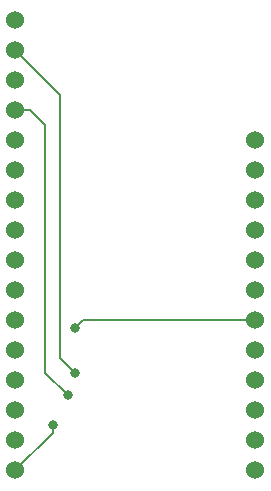
<source format=gbr>
G04 #@! TF.GenerationSoftware,KiCad,Pcbnew,(5.0.2)-1*
G04 #@! TF.CreationDate,2019-06-26T21:02:56-07:00*
G04 #@! TF.ProjectId,D52M Feather Wing,4435324d-2046-4656-9174-686572205769,rev?*
G04 #@! TF.SameCoordinates,Original*
G04 #@! TF.FileFunction,Copper,L2,Bot*
G04 #@! TF.FilePolarity,Positive*
%FSLAX46Y46*%
G04 Gerber Fmt 4.6, Leading zero omitted, Abs format (unit mm)*
G04 Created by KiCad (PCBNEW (5.0.2)-1) date 2019-06-26 9:02:56 PM*
%MOMM*%
%LPD*%
G01*
G04 APERTURE LIST*
G04 #@! TA.AperFunction,ComponentPad*
%ADD10C,1.524000*%
G04 #@! TD*
G04 #@! TA.AperFunction,ViaPad*
%ADD11C,0.800000*%
G04 #@! TD*
G04 #@! TA.AperFunction,Conductor*
%ADD12C,0.160000*%
G04 #@! TD*
G04 APERTURE END LIST*
D10*
G04 #@! TO.P,U1,28*
G04 #@! TO.N,Net-(U1-Pad28)*
X10160000Y30480000D03*
G04 #@! TO.P,U1,27*
G04 #@! TO.N,Net-(U1-Pad27)*
X10160000Y27940000D03*
G04 #@! TO.P,U1,26*
G04 #@! TO.N,Net-(U1-Pad26)*
X10160000Y25400000D03*
G04 #@! TO.P,U1,25*
G04 #@! TO.N,Net-(U1-Pad25)*
X10160000Y22860000D03*
G04 #@! TO.P,U1,24*
G04 #@! TO.N,Net-(U1-Pad24)*
X10160000Y20320000D03*
G04 #@! TO.P,U1,23*
G04 #@! TO.N,/SLEEP*
X10160000Y17780000D03*
G04 #@! TO.P,U1,22*
G04 #@! TO.N,/RESET*
X10160000Y15240000D03*
G04 #@! TO.P,U1,21*
G04 #@! TO.N,Net-(U1-Pad21)*
X10160000Y12700000D03*
G04 #@! TO.P,U1,20*
G04 #@! TO.N,/BR1*
X10160000Y10160000D03*
G04 #@! TO.P,U1,19*
G04 #@! TO.N,/BR3*
X10160000Y7620000D03*
G04 #@! TO.P,U1,18*
G04 #@! TO.N,Net-(U1-Pad18)*
X10160000Y5080000D03*
G04 #@! TO.P,U1,17*
G04 #@! TO.N,Net-(U1-Pad17)*
X10160000Y2540000D03*
G04 #@! TO.P,U1,16*
G04 #@! TO.N,Net-(U1-Pad16)*
X-10160000Y40640000D03*
G04 #@! TO.P,U1,15*
G04 #@! TO.N,/3V3*
X-10160000Y38100000D03*
G04 #@! TO.P,U1,14*
G04 #@! TO.N,Net-(U1-Pad14)*
X-10160000Y35560000D03*
G04 #@! TO.P,U1,13*
G04 #@! TO.N,/GND*
X-10160000Y33020000D03*
G04 #@! TO.P,U1,12*
G04 #@! TO.N,Net-(U1-Pad12)*
X-10160000Y30480000D03*
G04 #@! TO.P,U1,11*
G04 #@! TO.N,Net-(U1-Pad11)*
X-10160000Y27940000D03*
G04 #@! TO.P,U1,10*
G04 #@! TO.N,Net-(U1-Pad10)*
X-10160000Y25400000D03*
G04 #@! TO.P,U1,9*
G04 #@! TO.N,Net-(U1-Pad9)*
X-10160000Y22860000D03*
G04 #@! TO.P,U1,8*
G04 #@! TO.N,Net-(U1-Pad8)*
X-10160000Y20320000D03*
G04 #@! TO.P,U1,7*
G04 #@! TO.N,/SUSPEND*
X-10160000Y17780000D03*
G04 #@! TO.P,U1,6*
G04 #@! TO.N,Net-(U1-Pad6)*
X-10160000Y15240000D03*
G04 #@! TO.P,U1,5*
G04 #@! TO.N,Net-(U1-Pad5)*
X-10160000Y12700000D03*
G04 #@! TO.P,U1,4*
G04 #@! TO.N,Net-(U1-Pad4)*
X-10160000Y10160000D03*
G04 #@! TO.P,U1,3*
G04 #@! TO.N,/TXD0*
X-10160000Y7620000D03*
G04 #@! TO.P,U1,2*
G04 #@! TO.N,/RXD0*
X-10160000Y5080000D03*
G04 #@! TO.P,U1,1*
G04 #@! TO.N,/BR2*
X-10160000Y2540000D03*
G04 #@! TD*
D11*
G04 #@! TO.N,/RESET*
X-5080000Y14604964D03*
G04 #@! TO.N,/GND*
X-5715000Y8890000D03*
G04 #@! TO.N,/3V3*
X-5080000Y10795000D03*
G04 #@! TO.N,/BR2*
X-6985000Y6350000D03*
G04 #@! TD*
D12*
G04 #@! TO.N,/RESET*
X-4680001Y15004963D02*
X-5080000Y14604964D01*
X-4444964Y15240000D02*
X-4680001Y15004963D01*
X10160000Y15240000D02*
X-4444964Y15240000D01*
G04 #@! TO.N,/GND*
X-5715000Y8890000D02*
X-5715000Y8890000D01*
X-5715000Y8890000D02*
X-7620000Y10795000D01*
X-7620000Y10795000D02*
X-7620000Y31750000D01*
X-7620000Y31750000D02*
X-8890000Y33020000D01*
X-8890000Y33020000D02*
X-10160000Y33020000D01*
G04 #@! TO.N,/3V3*
X-9398001Y37338001D02*
X-10160000Y38100000D01*
X-6350000Y34290000D02*
X-9398001Y37338001D01*
X-5080000Y10795000D02*
X-6350000Y12065000D01*
X-6350000Y12065000D02*
X-6350000Y34290000D01*
G04 #@! TO.N,/BR2*
X-6985000Y5715000D02*
X-10160000Y2540000D01*
X-6985000Y6350000D02*
X-6985000Y5715000D01*
G04 #@! TD*
M02*

</source>
